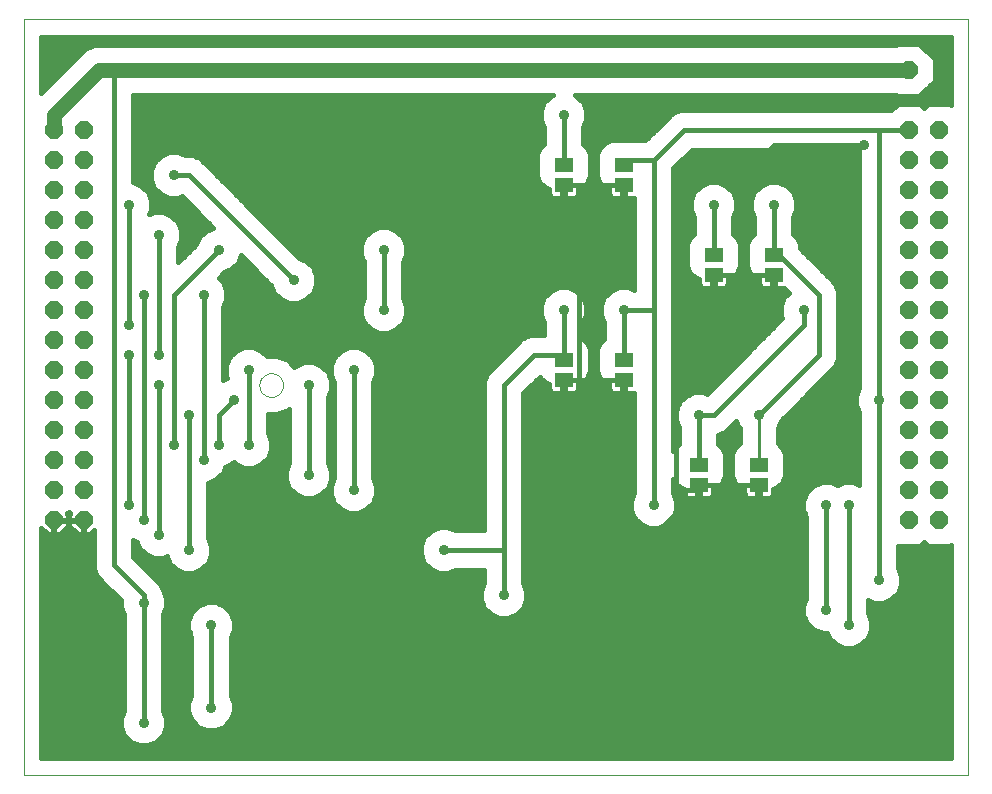
<source format=gbl>
G75*
G70*
%OFA0B0*%
%FSLAX24Y24*%
%IPPOS*%
%LPD*%
%AMOC8*
5,1,8,0,0,1.08239X$1,22.5*
%
%ADD10C,0.0000*%
%ADD11OC8,0.0594*%
%ADD12R,0.0591X0.0512*%
%ADD13C,0.0160*%
%ADD14C,0.0356*%
%ADD15C,0.0360*%
%ADD16C,0.0100*%
%ADD17C,0.0500*%
%ADD18OC8,0.0591*%
D10*
X003296Y000101D02*
X003296Y025298D01*
X034788Y025298D01*
X034788Y000101D01*
X003296Y000101D01*
X011152Y013101D02*
X011154Y013140D01*
X011160Y013179D01*
X011170Y013217D01*
X011183Y013254D01*
X011200Y013289D01*
X011220Y013323D01*
X011244Y013354D01*
X011271Y013383D01*
X011300Y013409D01*
X011332Y013432D01*
X011366Y013452D01*
X011402Y013468D01*
X011439Y013480D01*
X011478Y013489D01*
X011517Y013494D01*
X011556Y013495D01*
X011595Y013492D01*
X011634Y013485D01*
X011671Y013474D01*
X011708Y013460D01*
X011743Y013442D01*
X011776Y013421D01*
X011807Y013396D01*
X011835Y013369D01*
X011860Y013339D01*
X011882Y013306D01*
X011901Y013272D01*
X011916Y013236D01*
X011928Y013198D01*
X011936Y013160D01*
X011940Y013121D01*
X011940Y013081D01*
X011936Y013042D01*
X011928Y013004D01*
X011916Y012966D01*
X011901Y012930D01*
X011882Y012896D01*
X011860Y012863D01*
X011835Y012833D01*
X011807Y012806D01*
X011776Y012781D01*
X011743Y012760D01*
X011708Y012742D01*
X011671Y012728D01*
X011634Y012717D01*
X011595Y012710D01*
X011556Y012707D01*
X011517Y012708D01*
X011478Y012713D01*
X011439Y012722D01*
X011402Y012734D01*
X011366Y012750D01*
X011332Y012770D01*
X011300Y012793D01*
X011271Y012819D01*
X011244Y012848D01*
X011220Y012879D01*
X011200Y012913D01*
X011183Y012948D01*
X011170Y012985D01*
X011160Y013023D01*
X011154Y013062D01*
X011152Y013101D01*
D11*
X005296Y013601D03*
X004296Y013601D03*
X004296Y014601D03*
X005296Y014601D03*
X005296Y015601D03*
X004296Y015601D03*
X004296Y016601D03*
X005296Y016601D03*
X005296Y017601D03*
X004296Y017601D03*
X004296Y018601D03*
X005296Y018601D03*
X005296Y019601D03*
X004296Y019601D03*
X004296Y020601D03*
X005296Y020601D03*
X005296Y021601D03*
X004296Y021601D03*
X004296Y012601D03*
X005296Y012601D03*
X005296Y011601D03*
X004296Y011601D03*
X004296Y010601D03*
X005296Y010601D03*
X005296Y009601D03*
X004296Y009601D03*
X004296Y008601D03*
X005296Y008601D03*
X032796Y008601D03*
X033796Y008601D03*
X033796Y009601D03*
X032796Y009601D03*
X032796Y010601D03*
X033796Y010601D03*
X033796Y011601D03*
X032796Y011601D03*
X032796Y012601D03*
X033796Y012601D03*
X033796Y013601D03*
X032796Y013601D03*
X032796Y014601D03*
X033796Y014601D03*
X033796Y015601D03*
X032796Y015601D03*
X032796Y016601D03*
X033796Y016601D03*
X033796Y017601D03*
X032796Y017601D03*
X032796Y018601D03*
X033796Y018601D03*
X033796Y019601D03*
X032796Y019601D03*
X032796Y020601D03*
X033796Y020601D03*
X033796Y021601D03*
X032796Y021601D03*
D12*
X028296Y017435D03*
X028296Y016766D03*
X026296Y016766D03*
X026296Y017435D03*
X023296Y019766D03*
X023296Y020435D03*
X021296Y020435D03*
X021296Y019766D03*
X021296Y013935D03*
X021296Y013266D03*
X023296Y013266D03*
X023296Y013935D03*
X025796Y010435D03*
X025796Y009766D03*
X027796Y009766D03*
X027796Y010435D03*
D13*
X028671Y010406D02*
X031136Y010406D01*
X031136Y010248D02*
X028671Y010248D01*
X028671Y010089D02*
X031136Y010089D01*
X031136Y009930D02*
X028616Y009930D01*
X028583Y009851D02*
X028671Y010064D01*
X028671Y010807D01*
X028583Y011020D01*
X028426Y011177D01*
X028426Y011656D01*
X028440Y011670D01*
X028540Y011912D01*
X030355Y013727D01*
X030456Y013969D01*
X030456Y014232D01*
X030456Y016232D01*
X030355Y016475D01*
X030170Y016660D01*
X029171Y017659D01*
X029171Y017807D01*
X029083Y018020D01*
X028956Y018147D01*
X028956Y018708D01*
X029056Y018950D01*
X029056Y019252D01*
X028940Y019531D01*
X028726Y019745D01*
X028447Y019861D01*
X028145Y019861D01*
X027865Y019745D01*
X027651Y019531D01*
X027536Y019252D01*
X027536Y018950D01*
X027636Y018708D01*
X027636Y018147D01*
X027509Y018020D01*
X027420Y017807D01*
X027420Y017064D01*
X027509Y016851D01*
X027672Y016688D01*
X027820Y016626D01*
X027820Y016486D01*
X027833Y016441D01*
X027856Y016400D01*
X027890Y016366D01*
X027931Y016343D01*
X027977Y016330D01*
X028248Y016330D01*
X028248Y016600D01*
X028344Y016600D01*
X028344Y016330D01*
X028615Y016330D01*
X028629Y016334D01*
X028793Y016170D01*
X028653Y016030D01*
X028538Y015752D01*
X028538Y015450D01*
X028589Y015327D01*
X026070Y012808D01*
X025947Y012859D01*
X025645Y012859D01*
X025366Y012743D01*
X025153Y012530D01*
X025038Y012252D01*
X025038Y011950D01*
X025136Y011713D01*
X025136Y011147D01*
X025009Y011020D01*
X024956Y010892D01*
X024956Y015732D01*
X024956Y020327D01*
X025569Y020941D01*
X031136Y020941D01*
X031136Y012988D01*
X031038Y012752D01*
X031038Y012450D01*
X031136Y012213D01*
X031136Y009780D01*
X030947Y009859D01*
X030645Y009859D01*
X030421Y009766D01*
X030197Y009859D01*
X029895Y009859D01*
X029616Y009743D01*
X029403Y009530D01*
X029288Y009252D01*
X029288Y008950D01*
X029386Y008713D01*
X029386Y005988D01*
X029288Y005752D01*
X029288Y005450D01*
X029403Y005171D01*
X029616Y004958D01*
X029895Y004843D01*
X030082Y004843D01*
X030153Y004671D01*
X030366Y004458D01*
X030645Y004343D01*
X030947Y004343D01*
X031225Y004458D01*
X031438Y004671D01*
X031554Y004950D01*
X031554Y005252D01*
X031456Y005488D01*
X031456Y005921D01*
X031645Y005843D01*
X031947Y005843D01*
X032225Y005958D01*
X032438Y006171D01*
X032554Y006450D01*
X032554Y006752D01*
X032456Y006988D01*
X032456Y007724D01*
X033159Y007724D01*
X033296Y007861D01*
X033433Y007724D01*
X034159Y007724D01*
X034208Y007773D01*
X034208Y000681D01*
X003876Y000681D01*
X003876Y008346D01*
X004098Y008124D01*
X004277Y008124D01*
X004277Y008582D01*
X004314Y008582D01*
X004314Y008124D01*
X004493Y008124D01*
X004773Y008403D01*
X004773Y008582D01*
X004314Y008582D01*
X004314Y008619D01*
X004773Y008619D01*
X004773Y008798D01*
X004753Y008818D01*
X004796Y008861D01*
X004839Y008818D01*
X004819Y008798D01*
X004819Y008619D01*
X005277Y008619D01*
X005277Y008582D01*
X005314Y008582D01*
X005314Y008124D01*
X005493Y008124D01*
X005636Y008266D01*
X005636Y006969D01*
X005736Y006727D01*
X005922Y006541D01*
X006538Y005926D01*
X006538Y005700D01*
X006636Y005463D01*
X006636Y002238D01*
X006538Y002002D01*
X006538Y001700D01*
X006653Y001421D01*
X006866Y001208D01*
X007145Y001093D01*
X007447Y001093D01*
X007725Y001208D01*
X007938Y001421D01*
X008054Y001700D01*
X008054Y002002D01*
X007956Y002238D01*
X007956Y005463D01*
X008054Y005700D01*
X008054Y006002D01*
X007938Y006280D01*
X007934Y006285D01*
X007855Y006475D01*
X006956Y007374D01*
X006956Y007921D01*
X007069Y007874D01*
X007153Y007671D01*
X007366Y007458D01*
X007645Y007343D01*
X007947Y007343D01*
X008062Y007391D01*
X008153Y007171D01*
X008366Y006958D01*
X008645Y006843D01*
X008947Y006843D01*
X009225Y006958D01*
X009438Y007171D01*
X009554Y007450D01*
X009554Y007752D01*
X009456Y007988D01*
X009456Y009846D01*
X009725Y009958D01*
X009938Y010171D01*
X010022Y010374D01*
X010225Y010458D01*
X010296Y010529D01*
X010366Y010458D01*
X010645Y010343D01*
X010947Y010343D01*
X011225Y010458D01*
X011438Y010671D01*
X011554Y010950D01*
X011554Y011252D01*
X011456Y011488D01*
X011456Y012127D01*
X011739Y012127D01*
X012097Y012275D01*
X012136Y012314D01*
X012136Y010488D01*
X012038Y010252D01*
X012038Y009950D01*
X012153Y009671D01*
X012366Y009458D01*
X012645Y009343D01*
X012947Y009343D01*
X013225Y009458D01*
X013438Y009671D01*
X013554Y009950D01*
X013554Y010252D01*
X013456Y010488D01*
X013456Y012713D01*
X013554Y012950D01*
X013554Y013252D01*
X013438Y013530D01*
X013225Y013743D01*
X012947Y013859D01*
X012645Y013859D01*
X012366Y013743D01*
X012323Y013700D01*
X012097Y013926D01*
X011739Y014074D01*
X011394Y014074D01*
X011225Y014243D01*
X010947Y014359D01*
X010645Y014359D01*
X010366Y014243D01*
X010153Y014030D01*
X010038Y013752D01*
X010038Y013450D01*
X010086Y013334D01*
X009956Y013280D01*
X009956Y015713D01*
X010054Y015950D01*
X010054Y016252D01*
X009938Y016530D01*
X009798Y016670D01*
X009988Y016860D01*
X010225Y016958D01*
X010438Y017171D01*
X010542Y017421D01*
X011555Y016408D01*
X011653Y016171D01*
X011866Y015958D01*
X012145Y015843D01*
X012447Y015843D01*
X012725Y015958D01*
X012938Y016171D01*
X013054Y016450D01*
X013054Y016752D01*
X012938Y017030D01*
X012725Y017243D01*
X012488Y017342D01*
X009170Y020660D01*
X008927Y020761D01*
X008683Y020761D01*
X008447Y020859D01*
X008145Y020859D01*
X007866Y020743D01*
X007653Y020530D01*
X007538Y020252D01*
X007538Y019950D01*
X007653Y019671D01*
X007866Y019458D01*
X008145Y019343D01*
X008447Y019343D01*
X008570Y019394D01*
X009616Y018347D01*
X009366Y018243D01*
X009153Y018030D01*
X009055Y017793D01*
X008456Y017194D01*
X008456Y017713D01*
X008554Y017950D01*
X008554Y018252D01*
X008438Y018530D01*
X008225Y018743D01*
X007947Y018859D01*
X007645Y018859D01*
X007489Y018794D01*
X007554Y018950D01*
X007554Y019252D01*
X007438Y019530D01*
X007225Y019743D01*
X006956Y019855D01*
X006956Y022771D01*
X020932Y022771D01*
X020866Y022743D01*
X020653Y022530D01*
X020538Y022252D01*
X020538Y021950D01*
X020636Y021713D01*
X020636Y021147D01*
X020509Y021020D01*
X020420Y020807D01*
X020420Y020064D01*
X020509Y019851D01*
X020672Y019688D01*
X020820Y019626D01*
X020820Y019486D01*
X020833Y019441D01*
X020856Y019400D01*
X020890Y019366D01*
X020931Y019343D01*
X020977Y019330D01*
X021248Y019330D01*
X021248Y019600D01*
X021344Y019600D01*
X021344Y019330D01*
X021615Y019330D01*
X021660Y019343D01*
X021702Y019366D01*
X021735Y019400D01*
X021759Y019441D01*
X021771Y019486D01*
X021771Y019626D01*
X021920Y019688D01*
X022083Y019851D01*
X022171Y020064D01*
X022171Y020807D01*
X022083Y021020D01*
X021956Y021147D01*
X021956Y021713D01*
X022054Y021950D01*
X022054Y022252D01*
X021938Y022530D01*
X021725Y022743D01*
X021659Y022771D01*
X032388Y022771D01*
X032433Y022726D01*
X033158Y022726D01*
X033671Y023238D01*
X033671Y023963D01*
X033158Y024476D01*
X032433Y024476D01*
X032388Y024431D01*
X006461Y024431D01*
X005961Y024431D01*
X005631Y024431D01*
X005326Y024304D01*
X003876Y022854D01*
X003876Y024718D01*
X034208Y024718D01*
X034208Y022429D01*
X034159Y022478D01*
X033433Y022478D01*
X033296Y022341D01*
X033159Y022478D01*
X032433Y022478D01*
X032216Y022261D01*
X031664Y022261D01*
X025164Y022261D01*
X024922Y022160D01*
X024736Y021975D01*
X024022Y021261D01*
X023732Y021261D01*
X023706Y021271D01*
X022885Y021271D01*
X022672Y021183D01*
X022509Y021020D01*
X022420Y020807D01*
X022420Y020064D01*
X022509Y019851D01*
X022672Y019688D01*
X022820Y019626D01*
X022820Y019486D01*
X022833Y019441D01*
X022856Y019400D01*
X022890Y019366D01*
X022931Y019343D01*
X022977Y019330D01*
X023248Y019330D01*
X023248Y019600D01*
X023344Y019600D01*
X023344Y019330D01*
X023615Y019330D01*
X023636Y019336D01*
X023636Y016283D01*
X023447Y016361D01*
X023145Y016361D01*
X022865Y016245D01*
X022651Y016031D01*
X022536Y015752D01*
X022536Y015450D01*
X022636Y015208D01*
X022636Y014647D01*
X022509Y014520D01*
X022420Y014307D01*
X022420Y013564D01*
X022509Y013351D01*
X022672Y013188D01*
X022820Y013126D01*
X022820Y012986D01*
X022833Y012941D01*
X022856Y012900D01*
X022890Y012866D01*
X022931Y012843D01*
X022977Y012830D01*
X023248Y012830D01*
X023248Y013100D01*
X023344Y013100D01*
X023344Y012830D01*
X023615Y012830D01*
X023636Y012836D01*
X023636Y009493D01*
X023536Y009252D01*
X023536Y008950D01*
X023651Y008670D01*
X023865Y008456D01*
X024145Y008341D01*
X024447Y008341D01*
X024726Y008456D01*
X024940Y008670D01*
X025056Y008950D01*
X025056Y009252D01*
X024956Y009493D01*
X024956Y009979D01*
X025009Y009851D01*
X025172Y009688D01*
X025320Y009626D01*
X025320Y009486D01*
X025333Y009441D01*
X025356Y009400D01*
X025390Y009366D01*
X025431Y009343D01*
X025477Y009330D01*
X025748Y009330D01*
X025748Y009600D01*
X025844Y009600D01*
X025844Y009330D01*
X026115Y009330D01*
X026160Y009343D01*
X026202Y009366D01*
X026235Y009400D01*
X026259Y009441D01*
X026271Y009486D01*
X026271Y009626D01*
X026420Y009688D01*
X026583Y009851D01*
X026671Y010064D01*
X026671Y010807D01*
X026583Y011020D01*
X026456Y011147D01*
X026456Y011453D01*
X026670Y011541D01*
X027048Y011920D01*
X027151Y011670D01*
X027166Y011656D01*
X027166Y011177D01*
X027009Y011020D01*
X026920Y010807D01*
X026920Y010064D01*
X027009Y009851D01*
X027172Y009688D01*
X027320Y009626D01*
X027320Y009486D01*
X027333Y009441D01*
X027356Y009400D01*
X027390Y009366D01*
X027431Y009343D01*
X027477Y009330D01*
X027748Y009330D01*
X027748Y009600D01*
X027844Y009600D01*
X027844Y009330D01*
X028115Y009330D01*
X028160Y009343D01*
X028202Y009366D01*
X028235Y009400D01*
X028259Y009441D01*
X028271Y009486D01*
X028271Y009626D01*
X028420Y009688D01*
X028583Y009851D01*
X028504Y009772D02*
X029685Y009772D01*
X029486Y009613D02*
X028271Y009613D01*
X028262Y009455D02*
X029372Y009455D01*
X029306Y009296D02*
X025037Y009296D01*
X025056Y009138D02*
X029288Y009138D01*
X029288Y008979D02*
X025056Y008979D01*
X025046Y008851D02*
X025046Y009601D01*
X025796Y009601D01*
X025748Y009455D02*
X025844Y009455D01*
X025796Y009766D02*
X027796Y009766D01*
X027748Y009455D02*
X027844Y009455D01*
X027329Y009455D02*
X026262Y009455D01*
X026271Y009613D02*
X027320Y009613D01*
X027088Y009772D02*
X026504Y009772D01*
X026616Y009930D02*
X026976Y009930D01*
X026920Y010089D02*
X026671Y010089D01*
X026671Y010248D02*
X026920Y010248D01*
X026920Y010406D02*
X026671Y010406D01*
X026671Y010565D02*
X026920Y010565D01*
X026920Y010723D02*
X026671Y010723D01*
X026640Y010882D02*
X026952Y010882D01*
X027029Y011040D02*
X026562Y011040D01*
X026456Y011199D02*
X027166Y011199D01*
X027166Y011357D02*
X026456Y011357D01*
X026608Y011516D02*
X027166Y011516D01*
X027150Y011674D02*
X026803Y011674D01*
X026961Y011833D02*
X027084Y011833D01*
X027796Y012101D02*
X029796Y014101D01*
X029796Y016101D01*
X028296Y017601D01*
X028296Y019101D01*
X028997Y018809D02*
X031136Y018809D01*
X031136Y018967D02*
X029056Y018967D01*
X029056Y019126D02*
X031136Y019126D01*
X031136Y019285D02*
X029042Y019285D01*
X028977Y019443D02*
X031136Y019443D01*
X031136Y019602D02*
X028870Y019602D01*
X028690Y019760D02*
X031136Y019760D01*
X031136Y019919D02*
X024956Y019919D01*
X024956Y020077D02*
X031136Y020077D01*
X031136Y020236D02*
X024956Y020236D01*
X025023Y020394D02*
X031136Y020394D01*
X031136Y020553D02*
X025181Y020553D01*
X025340Y020711D02*
X031136Y020711D01*
X031136Y020870D02*
X025498Y020870D01*
X025296Y021601D02*
X031796Y021601D01*
X031796Y012601D01*
X031796Y006601D01*
X032554Y006601D02*
X034208Y006601D01*
X034208Y006443D02*
X032551Y006443D01*
X032485Y006284D02*
X034208Y006284D01*
X034208Y006125D02*
X032393Y006125D01*
X032234Y005967D02*
X034208Y005967D01*
X034208Y005808D02*
X031456Y005808D01*
X031456Y005650D02*
X034208Y005650D01*
X034208Y005491D02*
X031456Y005491D01*
X031520Y005333D02*
X034208Y005333D01*
X034208Y005174D02*
X031554Y005174D01*
X031554Y005016D02*
X034208Y005016D01*
X034208Y004857D02*
X031515Y004857D01*
X031450Y004699D02*
X034208Y004699D01*
X034208Y004540D02*
X031307Y004540D01*
X031040Y004381D02*
X034208Y004381D01*
X034208Y004223D02*
X010206Y004223D01*
X010206Y004381D02*
X030551Y004381D01*
X030284Y004540D02*
X010206Y004540D01*
X010206Y004699D02*
X030142Y004699D01*
X029860Y004857D02*
X010265Y004857D01*
X010304Y004950D02*
X010206Y004713D01*
X010206Y002738D01*
X010304Y002502D01*
X010304Y002200D01*
X010188Y001921D01*
X009975Y001708D01*
X009697Y001593D01*
X009395Y001593D01*
X009116Y001708D01*
X008903Y001921D01*
X008788Y002200D01*
X008788Y002502D01*
X008886Y002738D01*
X008886Y004713D01*
X008788Y004950D01*
X008788Y005252D01*
X008903Y005530D01*
X009116Y005743D01*
X009395Y005859D01*
X009697Y005859D01*
X009975Y005743D01*
X010188Y005530D01*
X010304Y005252D01*
X010304Y004950D01*
X010304Y005016D02*
X029559Y005016D01*
X029402Y005174D02*
X010304Y005174D01*
X010270Y005333D02*
X029336Y005333D01*
X029288Y005491D02*
X019761Y005491D01*
X019726Y005456D02*
X019940Y005670D01*
X020056Y005950D01*
X020056Y006252D01*
X019956Y006493D01*
X019956Y007469D01*
X019956Y007732D01*
X019956Y012827D01*
X020500Y013372D01*
X020509Y013351D01*
X020672Y013188D01*
X020820Y013126D01*
X020820Y012986D01*
X020833Y012941D01*
X020856Y012900D01*
X020890Y012866D01*
X020931Y012843D01*
X020977Y012830D01*
X021248Y012830D01*
X021248Y013100D01*
X021344Y013100D01*
X021344Y012830D01*
X021615Y012830D01*
X021660Y012843D01*
X021702Y012866D01*
X021735Y012900D01*
X021759Y012941D01*
X021771Y012986D01*
X021771Y013126D01*
X021920Y013188D01*
X022083Y013351D01*
X022171Y013564D01*
X022171Y014307D01*
X022083Y014520D01*
X021956Y014647D01*
X021956Y015213D01*
X022054Y015450D01*
X022054Y015752D01*
X021938Y016030D01*
X021725Y016243D01*
X021447Y016359D01*
X021145Y016359D01*
X020866Y016243D01*
X020653Y016030D01*
X020538Y015752D01*
X020538Y015450D01*
X020636Y015213D01*
X020636Y014761D01*
X020164Y014761D01*
X019922Y014660D01*
X019736Y014475D01*
X018736Y013475D01*
X018636Y013232D01*
X018636Y012969D01*
X018636Y008261D01*
X017688Y008261D01*
X017447Y008361D01*
X017145Y008361D01*
X016865Y008245D01*
X016651Y008031D01*
X016536Y007752D01*
X016536Y007450D01*
X016651Y007170D01*
X016865Y006956D01*
X017145Y006841D01*
X017447Y006841D01*
X017688Y006941D01*
X018636Y006941D01*
X018636Y006493D01*
X018536Y006252D01*
X018536Y005950D01*
X018651Y005670D01*
X018865Y005456D01*
X019145Y005341D01*
X019447Y005341D01*
X019726Y005456D01*
X019920Y005650D02*
X029288Y005650D01*
X029311Y005808D02*
X019997Y005808D01*
X020056Y005967D02*
X029377Y005967D01*
X029386Y006125D02*
X020056Y006125D01*
X020042Y006284D02*
X029386Y006284D01*
X029386Y006443D02*
X019977Y006443D01*
X019956Y006601D02*
X029386Y006601D01*
X029386Y006760D02*
X019956Y006760D01*
X019956Y006918D02*
X029386Y006918D01*
X029386Y007077D02*
X019956Y007077D01*
X019956Y007235D02*
X029386Y007235D01*
X029386Y007394D02*
X019956Y007394D01*
X019956Y007552D02*
X029386Y007552D01*
X029386Y007711D02*
X019956Y007711D01*
X019956Y007869D02*
X029386Y007869D01*
X029386Y008028D02*
X019956Y008028D01*
X019956Y008186D02*
X029386Y008186D01*
X029386Y008345D02*
X024457Y008345D01*
X024296Y008101D02*
X023796Y008101D01*
X023296Y008601D01*
X023296Y013266D01*
X021796Y013266D01*
X021796Y017601D01*
X021296Y018101D01*
X021296Y019766D01*
X023296Y019766D01*
X023248Y019443D02*
X023344Y019443D01*
X023636Y019285D02*
X010545Y019285D01*
X010387Y019443D02*
X020832Y019443D01*
X020820Y019602D02*
X010228Y019602D01*
X010070Y019760D02*
X020600Y019760D01*
X020481Y019919D02*
X009911Y019919D01*
X009753Y020077D02*
X020420Y020077D01*
X020420Y020236D02*
X009594Y020236D01*
X009436Y020394D02*
X020420Y020394D01*
X020420Y020553D02*
X009277Y020553D01*
X009046Y020711D02*
X020420Y020711D01*
X020447Y020870D02*
X006956Y020870D01*
X006956Y021029D02*
X020517Y021029D01*
X020636Y021187D02*
X006956Y021187D01*
X006956Y021346D02*
X020636Y021346D01*
X020636Y021504D02*
X006956Y021504D01*
X006956Y021663D02*
X020636Y021663D01*
X020591Y021821D02*
X006956Y021821D01*
X006956Y021980D02*
X020538Y021980D01*
X020538Y022138D02*
X006956Y022138D01*
X006956Y022297D02*
X020556Y022297D01*
X020622Y022455D02*
X006956Y022455D01*
X006956Y022614D02*
X020737Y022614D01*
X021296Y022101D02*
X021296Y020435D01*
X022111Y019919D02*
X022481Y019919D01*
X022420Y020077D02*
X022171Y020077D01*
X022171Y020236D02*
X022420Y020236D01*
X022420Y020394D02*
X022171Y020394D01*
X022171Y020553D02*
X022420Y020553D01*
X022420Y020711D02*
X022171Y020711D01*
X022145Y020870D02*
X022447Y020870D01*
X022517Y021029D02*
X022074Y021029D01*
X021956Y021187D02*
X022682Y021187D01*
X021956Y021346D02*
X024107Y021346D01*
X024266Y021504D02*
X021956Y021504D01*
X021956Y021663D02*
X024424Y021663D01*
X024583Y021821D02*
X022000Y021821D01*
X022054Y021980D02*
X024741Y021980D01*
X024900Y022138D02*
X022054Y022138D01*
X022035Y022297D02*
X032252Y022297D01*
X032410Y022455D02*
X021969Y022455D01*
X021855Y022614D02*
X034208Y022614D01*
X034208Y022772D02*
X033205Y022772D01*
X033364Y022931D02*
X034208Y022931D01*
X034208Y023090D02*
X033522Y023090D01*
X033671Y023248D02*
X034208Y023248D01*
X034208Y023407D02*
X033671Y023407D01*
X033671Y023565D02*
X034208Y023565D01*
X034208Y023724D02*
X033671Y023724D01*
X033671Y023882D02*
X034208Y023882D01*
X034208Y024041D02*
X033593Y024041D01*
X033435Y024199D02*
X034208Y024199D01*
X034208Y024358D02*
X033276Y024358D01*
X034208Y024516D02*
X003876Y024516D01*
X003876Y024358D02*
X005455Y024358D01*
X005221Y024199D02*
X003876Y024199D01*
X003876Y024041D02*
X005062Y024041D01*
X004904Y023882D02*
X003876Y023882D01*
X003876Y023724D02*
X004745Y023724D01*
X004586Y023565D02*
X003876Y023565D01*
X003876Y023407D02*
X004428Y023407D01*
X004269Y023248D02*
X003876Y023248D01*
X003876Y023090D02*
X004111Y023090D01*
X003952Y022931D02*
X003876Y022931D01*
X006296Y023601D02*
X006296Y007101D01*
X007296Y006101D01*
X007296Y005851D01*
X007296Y001851D01*
X008054Y001845D02*
X008980Y001845D01*
X008869Y002003D02*
X008053Y002003D01*
X007987Y002162D02*
X008803Y002162D01*
X008788Y002320D02*
X007956Y002320D01*
X007956Y002479D02*
X008788Y002479D01*
X008844Y002637D02*
X007956Y002637D01*
X007956Y002796D02*
X008886Y002796D01*
X008886Y002955D02*
X007956Y002955D01*
X007956Y003113D02*
X008886Y003113D01*
X008886Y003272D02*
X007956Y003272D01*
X007956Y003430D02*
X008886Y003430D01*
X008886Y003589D02*
X007956Y003589D01*
X007956Y003747D02*
X008886Y003747D01*
X008886Y003906D02*
X007956Y003906D01*
X007956Y004064D02*
X008886Y004064D01*
X008886Y004223D02*
X007956Y004223D01*
X007956Y004381D02*
X008886Y004381D01*
X008886Y004540D02*
X007956Y004540D01*
X007956Y004699D02*
X008886Y004699D01*
X008826Y004857D02*
X007956Y004857D01*
X007956Y005016D02*
X008788Y005016D01*
X008788Y005174D02*
X007956Y005174D01*
X007956Y005333D02*
X008821Y005333D01*
X008887Y005491D02*
X007967Y005491D01*
X008033Y005650D02*
X009023Y005650D01*
X009273Y005808D02*
X008054Y005808D01*
X008054Y005967D02*
X018536Y005967D01*
X018536Y006125D02*
X008003Y006125D01*
X007935Y006284D02*
X018549Y006284D01*
X018615Y006443D02*
X007869Y006443D01*
X007729Y006601D02*
X018636Y006601D01*
X018636Y006760D02*
X007570Y006760D01*
X007412Y006918D02*
X008463Y006918D01*
X008248Y007077D02*
X007253Y007077D01*
X007095Y007235D02*
X008127Y007235D01*
X007521Y007394D02*
X006956Y007394D01*
X006956Y007552D02*
X007272Y007552D01*
X007137Y007711D02*
X006956Y007711D01*
X006956Y007869D02*
X007071Y007869D01*
X007796Y008101D02*
X007796Y013101D01*
X007796Y014101D02*
X007796Y018101D01*
X008318Y018650D02*
X009313Y018650D01*
X009471Y018492D02*
X008454Y018492D01*
X008520Y018333D02*
X009583Y018333D01*
X009298Y018175D02*
X008554Y018175D01*
X008554Y018016D02*
X009147Y018016D01*
X009082Y017858D02*
X008516Y017858D01*
X008456Y017699D02*
X008961Y017699D01*
X008802Y017541D02*
X008456Y017541D01*
X008456Y017382D02*
X008644Y017382D01*
X008485Y017223D02*
X008456Y017223D01*
X008296Y016101D02*
X009796Y017601D01*
X010332Y017065D02*
X010898Y017065D01*
X010740Y017223D02*
X010460Y017223D01*
X010526Y017382D02*
X010581Y017382D01*
X011057Y016906D02*
X010100Y016906D01*
X009876Y016748D02*
X011215Y016748D01*
X011374Y016589D02*
X009879Y016589D01*
X009980Y016431D02*
X011532Y016431D01*
X011611Y016272D02*
X010045Y016272D01*
X010054Y016114D02*
X011711Y016114D01*
X011873Y015955D02*
X010054Y015955D01*
X009990Y015797D02*
X014556Y015797D01*
X014538Y015752D02*
X014538Y015450D01*
X014653Y015171D01*
X014866Y014958D01*
X015145Y014843D01*
X015447Y014843D01*
X015725Y014958D01*
X015938Y015171D01*
X016054Y015450D01*
X016054Y015752D01*
X015956Y015988D01*
X015956Y017213D01*
X016054Y017450D01*
X016054Y017752D01*
X015938Y018030D01*
X015725Y018243D01*
X015447Y018359D01*
X015145Y018359D01*
X014866Y018243D01*
X014653Y018030D01*
X014538Y017752D01*
X014538Y017450D01*
X014636Y017213D01*
X014636Y015988D01*
X014538Y015752D01*
X014538Y015638D02*
X009956Y015638D01*
X009956Y015479D02*
X014538Y015479D01*
X014591Y015321D02*
X009956Y015321D01*
X009956Y015162D02*
X014662Y015162D01*
X014821Y015004D02*
X009956Y015004D01*
X009956Y014845D02*
X015139Y014845D01*
X015453Y014845D02*
X020636Y014845D01*
X020636Y015004D02*
X015771Y015004D01*
X015929Y015162D02*
X020636Y015162D01*
X020591Y015321D02*
X016000Y015321D01*
X016054Y015479D02*
X020538Y015479D01*
X020538Y015638D02*
X016054Y015638D01*
X016035Y015797D02*
X020556Y015797D01*
X020622Y015955D02*
X015970Y015955D01*
X015956Y016114D02*
X020736Y016114D01*
X020936Y016272D02*
X015956Y016272D01*
X015956Y016431D02*
X023636Y016431D01*
X023636Y016589D02*
X015956Y016589D01*
X015956Y016748D02*
X023636Y016748D01*
X023636Y016906D02*
X015956Y016906D01*
X015956Y017065D02*
X023636Y017065D01*
X023636Y017223D02*
X015960Y017223D01*
X016026Y017382D02*
X023636Y017382D01*
X023636Y017541D02*
X016054Y017541D01*
X016054Y017699D02*
X023636Y017699D01*
X023636Y017858D02*
X016010Y017858D01*
X015944Y018016D02*
X023636Y018016D01*
X023636Y018175D02*
X015794Y018175D01*
X015508Y018333D02*
X023636Y018333D01*
X023636Y018492D02*
X011338Y018492D01*
X011179Y018650D02*
X023636Y018650D01*
X023636Y018809D02*
X011021Y018809D01*
X010862Y018967D02*
X023636Y018967D01*
X023636Y019126D02*
X010704Y019126D01*
X011497Y018333D02*
X015083Y018333D01*
X014798Y018175D02*
X011655Y018175D01*
X011814Y018016D02*
X014647Y018016D01*
X014582Y017858D02*
X011972Y017858D01*
X012131Y017699D02*
X014538Y017699D01*
X014538Y017541D02*
X012289Y017541D01*
X012448Y017382D02*
X014566Y017382D01*
X014631Y017223D02*
X012745Y017223D01*
X012904Y017065D02*
X014636Y017065D01*
X014636Y016906D02*
X012990Y016906D01*
X013054Y016748D02*
X014636Y016748D01*
X014636Y016589D02*
X013054Y016589D01*
X013046Y016431D02*
X014636Y016431D01*
X014636Y016272D02*
X012980Y016272D01*
X012881Y016114D02*
X014636Y016114D01*
X014622Y015955D02*
X012718Y015955D01*
X012296Y016601D02*
X008796Y020101D01*
X008296Y020101D01*
X007597Y020394D02*
X006956Y020394D01*
X006956Y020236D02*
X007538Y020236D01*
X007538Y020077D02*
X006956Y020077D01*
X006956Y019919D02*
X007551Y019919D01*
X007616Y019760D02*
X007185Y019760D01*
X007367Y019602D02*
X007723Y019602D01*
X007902Y019443D02*
X007475Y019443D01*
X007540Y019285D02*
X008679Y019285D01*
X008837Y019126D02*
X007554Y019126D01*
X007554Y018967D02*
X008996Y018967D01*
X009154Y018809D02*
X008067Y018809D01*
X007524Y018809D02*
X007495Y018809D01*
X006796Y019101D02*
X006796Y015101D01*
X006796Y014101D02*
X006796Y009101D01*
X007296Y008601D02*
X007296Y016101D01*
X008296Y016101D02*
X008296Y011101D01*
X009296Y010601D02*
X009296Y016101D01*
X009956Y014687D02*
X019986Y014687D01*
X019790Y014528D02*
X009956Y014528D01*
X009956Y014370D02*
X019631Y014370D01*
X019473Y014211D02*
X014757Y014211D01*
X014725Y014243D02*
X014938Y014030D01*
X015054Y013752D01*
X015054Y013450D01*
X014956Y013213D01*
X014956Y009988D01*
X015054Y009752D01*
X015054Y009450D01*
X014938Y009171D01*
X014725Y008958D01*
X014447Y008843D01*
X014145Y008843D01*
X013866Y008958D01*
X013653Y009171D01*
X013538Y009450D01*
X013538Y009752D01*
X013636Y009988D01*
X013636Y013213D01*
X013538Y013450D01*
X013538Y013752D01*
X013653Y014030D01*
X013866Y014243D01*
X014145Y014359D01*
X014447Y014359D01*
X014725Y014243D01*
X014916Y014053D02*
X019314Y014053D01*
X019156Y013894D02*
X014995Y013894D01*
X015054Y013736D02*
X018997Y013736D01*
X018839Y013577D02*
X015054Y013577D01*
X015041Y013418D02*
X018713Y013418D01*
X018647Y013260D02*
X014975Y013260D01*
X014956Y013101D02*
X018636Y013101D01*
X018636Y012943D02*
X014956Y012943D01*
X014956Y012784D02*
X018636Y012784D01*
X018636Y012626D02*
X014956Y012626D01*
X014956Y012467D02*
X018636Y012467D01*
X018636Y012309D02*
X014956Y012309D01*
X014956Y012150D02*
X018636Y012150D01*
X018636Y011992D02*
X014956Y011992D01*
X014956Y011833D02*
X018636Y011833D01*
X018636Y011674D02*
X014956Y011674D01*
X014956Y011516D02*
X018636Y011516D01*
X018636Y011357D02*
X014956Y011357D01*
X014956Y011199D02*
X018636Y011199D01*
X018636Y011040D02*
X014956Y011040D01*
X014956Y010882D02*
X018636Y010882D01*
X018636Y010723D02*
X014956Y010723D01*
X014956Y010565D02*
X018636Y010565D01*
X018636Y010406D02*
X014956Y010406D01*
X014956Y010248D02*
X018636Y010248D01*
X018636Y010089D02*
X014956Y010089D01*
X014980Y009930D02*
X018636Y009930D01*
X018636Y009772D02*
X015045Y009772D01*
X015054Y009613D02*
X018636Y009613D01*
X018636Y009455D02*
X015054Y009455D01*
X014990Y009296D02*
X018636Y009296D01*
X018636Y009138D02*
X014905Y009138D01*
X014746Y008979D02*
X018636Y008979D01*
X018636Y008821D02*
X009456Y008821D01*
X009456Y008979D02*
X013845Y008979D01*
X013687Y009138D02*
X009456Y009138D01*
X009456Y009296D02*
X013601Y009296D01*
X013538Y009455D02*
X013217Y009455D01*
X013380Y009613D02*
X013538Y009613D01*
X013546Y009772D02*
X013480Y009772D01*
X013546Y009930D02*
X013612Y009930D01*
X013636Y010089D02*
X013554Y010089D01*
X013554Y010248D02*
X013636Y010248D01*
X013636Y010406D02*
X013490Y010406D01*
X013456Y010565D02*
X013636Y010565D01*
X013636Y010723D02*
X013456Y010723D01*
X013456Y010882D02*
X013636Y010882D01*
X013636Y011040D02*
X013456Y011040D01*
X013456Y011199D02*
X013636Y011199D01*
X013636Y011357D02*
X013456Y011357D01*
X013456Y011516D02*
X013636Y011516D01*
X013636Y011674D02*
X013456Y011674D01*
X013456Y011833D02*
X013636Y011833D01*
X013636Y011992D02*
X013456Y011992D01*
X013456Y012150D02*
X013636Y012150D01*
X013636Y012309D02*
X013456Y012309D01*
X013456Y012467D02*
X013636Y012467D01*
X013636Y012626D02*
X013456Y012626D01*
X013485Y012784D02*
X013636Y012784D01*
X013636Y012943D02*
X013551Y012943D01*
X013554Y013101D02*
X013636Y013101D01*
X013616Y013260D02*
X013550Y013260D01*
X013551Y013418D02*
X013485Y013418D01*
X013538Y013577D02*
X013392Y013577D01*
X013538Y013736D02*
X013233Y013736D01*
X013597Y013894D02*
X012129Y013894D01*
X012288Y013736D02*
X012358Y013736D01*
X011792Y014053D02*
X013675Y014053D01*
X013834Y014211D02*
X011257Y014211D01*
X010796Y013601D02*
X010796Y011101D01*
X011332Y010565D02*
X012136Y010565D01*
X012136Y010723D02*
X011460Y010723D01*
X011526Y010882D02*
X012136Y010882D01*
X012136Y011040D02*
X011554Y011040D01*
X011554Y011199D02*
X012136Y011199D01*
X012136Y011357D02*
X011510Y011357D01*
X011456Y011516D02*
X012136Y011516D01*
X012136Y011674D02*
X011456Y011674D01*
X011456Y011833D02*
X012136Y011833D01*
X012136Y011992D02*
X011456Y011992D01*
X011795Y012150D02*
X012136Y012150D01*
X012131Y012309D02*
X012136Y012309D01*
X012796Y013101D02*
X012796Y010101D01*
X012102Y010406D02*
X011100Y010406D01*
X010492Y010406D02*
X010100Y010406D01*
X009970Y010248D02*
X012038Y010248D01*
X012038Y010089D02*
X009856Y010089D01*
X009659Y009930D02*
X012046Y009930D01*
X012111Y009772D02*
X009456Y009772D01*
X009456Y009613D02*
X012211Y009613D01*
X012374Y009455D02*
X009456Y009455D01*
X009456Y008662D02*
X018636Y008662D01*
X018636Y008504D02*
X009456Y008504D01*
X009456Y008345D02*
X017107Y008345D01*
X016807Y008186D02*
X009456Y008186D01*
X009456Y008028D02*
X016650Y008028D01*
X016584Y007869D02*
X009505Y007869D01*
X009554Y007711D02*
X016536Y007711D01*
X016536Y007552D02*
X009554Y007552D01*
X009531Y007394D02*
X016559Y007394D01*
X016625Y007235D02*
X009465Y007235D01*
X009344Y007077D02*
X016745Y007077D01*
X016958Y006918D02*
X009129Y006918D01*
X008796Y007601D02*
X008796Y012101D01*
X009796Y012101D02*
X010296Y012601D01*
X009796Y012101D02*
X009796Y011101D01*
X009956Y013418D02*
X010051Y013418D01*
X010038Y013577D02*
X009956Y013577D01*
X009956Y013736D02*
X010038Y013736D01*
X010097Y013894D02*
X009956Y013894D01*
X009956Y014053D02*
X010175Y014053D01*
X010334Y014211D02*
X009956Y014211D01*
X014296Y013601D02*
X014296Y009601D01*
X017485Y008345D02*
X018636Y008345D01*
X019296Y007601D02*
X017296Y007601D01*
X017634Y006918D02*
X018636Y006918D01*
X019296Y007601D02*
X019296Y006101D01*
X018594Y005808D02*
X009819Y005808D01*
X010069Y005650D02*
X018672Y005650D01*
X018830Y005491D02*
X010205Y005491D01*
X009546Y005101D02*
X009546Y002351D01*
X010248Y002637D02*
X034208Y002637D01*
X034208Y002479D02*
X010304Y002479D01*
X010304Y002320D02*
X034208Y002320D01*
X034208Y002162D02*
X010288Y002162D01*
X010222Y002003D02*
X034208Y002003D01*
X034208Y001845D02*
X010112Y001845D01*
X009922Y001686D02*
X034208Y001686D01*
X034208Y001528D02*
X007982Y001528D01*
X008048Y001686D02*
X009169Y001686D01*
X009546Y001101D02*
X011296Y001101D01*
X012046Y001851D01*
X012046Y006101D01*
X013046Y005101D02*
X014796Y005101D01*
X015296Y005601D01*
X019296Y007601D02*
X019296Y013101D01*
X020296Y014101D01*
X021296Y014101D01*
X021296Y013935D01*
X021296Y014101D02*
X021296Y015601D01*
X022000Y015321D02*
X022589Y015321D01*
X022636Y015162D02*
X021956Y015162D01*
X021956Y015004D02*
X022636Y015004D01*
X022636Y014845D02*
X021956Y014845D01*
X021956Y014687D02*
X022636Y014687D01*
X022517Y014528D02*
X022074Y014528D01*
X022145Y014370D02*
X022447Y014370D01*
X022420Y014211D02*
X022171Y014211D01*
X022171Y014053D02*
X022420Y014053D01*
X022420Y013894D02*
X022171Y013894D01*
X022171Y013736D02*
X022420Y013736D01*
X022420Y013577D02*
X022171Y013577D01*
X022111Y013418D02*
X022481Y013418D01*
X022600Y013260D02*
X021992Y013260D01*
X021796Y013266D02*
X021296Y013266D01*
X021296Y013101D02*
X021296Y011601D01*
X019956Y011674D02*
X023636Y011674D01*
X023636Y011516D02*
X019956Y011516D01*
X019956Y011357D02*
X023636Y011357D01*
X023636Y011199D02*
X019956Y011199D01*
X019956Y011040D02*
X023636Y011040D01*
X023636Y010882D02*
X019956Y010882D01*
X019956Y010723D02*
X023636Y010723D01*
X023636Y010565D02*
X019956Y010565D01*
X019956Y010406D02*
X023636Y010406D01*
X023636Y010248D02*
X019956Y010248D01*
X019956Y010089D02*
X023636Y010089D01*
X023636Y009930D02*
X019956Y009930D01*
X019956Y009772D02*
X023636Y009772D01*
X023636Y009613D02*
X019956Y009613D01*
X019956Y009455D02*
X023620Y009455D01*
X023554Y009296D02*
X019956Y009296D01*
X019956Y009138D02*
X023536Y009138D01*
X023536Y008979D02*
X019956Y008979D01*
X019956Y008821D02*
X023589Y008821D01*
X023660Y008662D02*
X019956Y008662D01*
X019956Y008504D02*
X023818Y008504D01*
X024134Y008345D02*
X019956Y008345D01*
X024296Y008101D02*
X025046Y008851D01*
X025002Y008821D02*
X029341Y008821D01*
X029386Y008662D02*
X024932Y008662D01*
X024773Y008504D02*
X029386Y008504D01*
X030046Y009101D02*
X030046Y005601D01*
X030796Y005101D02*
X030796Y009101D01*
X030435Y009772D02*
X030406Y009772D01*
X031136Y010565D02*
X028671Y010565D01*
X028671Y010723D02*
X031136Y010723D01*
X031136Y010882D02*
X028640Y010882D01*
X028562Y011040D02*
X031136Y011040D01*
X031136Y011199D02*
X028426Y011199D01*
X028426Y011357D02*
X031136Y011357D01*
X031136Y011516D02*
X028426Y011516D01*
X028442Y011674D02*
X031136Y011674D01*
X031136Y011833D02*
X028507Y011833D01*
X028620Y011992D02*
X031136Y011992D01*
X031136Y012150D02*
X028778Y012150D01*
X028937Y012309D02*
X031096Y012309D01*
X031038Y012467D02*
X029095Y012467D01*
X029254Y012626D02*
X031038Y012626D01*
X031051Y012784D02*
X029413Y012784D01*
X029571Y012943D02*
X031117Y012943D01*
X031136Y013101D02*
X029730Y013101D01*
X029888Y013260D02*
X031136Y013260D01*
X031136Y013418D02*
X030047Y013418D01*
X030205Y013577D02*
X031136Y013577D01*
X031136Y013736D02*
X030359Y013736D01*
X030424Y013894D02*
X031136Y013894D01*
X031136Y014053D02*
X030456Y014053D01*
X030456Y014211D02*
X031136Y014211D01*
X031136Y014370D02*
X030456Y014370D01*
X030456Y014528D02*
X031136Y014528D01*
X031136Y014687D02*
X030456Y014687D01*
X030456Y014845D02*
X031136Y014845D01*
X031136Y015004D02*
X030456Y015004D01*
X030456Y015162D02*
X031136Y015162D01*
X031136Y015321D02*
X030456Y015321D01*
X030456Y015479D02*
X031136Y015479D01*
X031136Y015638D02*
X030456Y015638D01*
X030456Y015797D02*
X031136Y015797D01*
X031136Y015955D02*
X030456Y015955D01*
X030456Y016114D02*
X031136Y016114D01*
X031136Y016272D02*
X030439Y016272D01*
X030373Y016431D02*
X031136Y016431D01*
X031136Y016589D02*
X030241Y016589D01*
X030170Y016660D02*
X030170Y016660D01*
X030082Y016748D02*
X031136Y016748D01*
X031136Y016906D02*
X029923Y016906D01*
X029765Y017065D02*
X031136Y017065D01*
X031136Y017223D02*
X029606Y017223D01*
X029448Y017382D02*
X031136Y017382D01*
X031136Y017541D02*
X029289Y017541D01*
X029171Y017699D02*
X031136Y017699D01*
X031136Y017858D02*
X029150Y017858D01*
X029084Y018016D02*
X031136Y018016D01*
X031136Y018175D02*
X028956Y018175D01*
X028956Y018333D02*
X031136Y018333D01*
X031136Y018492D02*
X028956Y018492D01*
X028956Y018650D02*
X031136Y018650D01*
X028296Y016766D02*
X027296Y016766D01*
X027296Y020101D01*
X028296Y021101D01*
X031296Y021101D01*
X031796Y021601D02*
X032796Y021601D01*
X033181Y022455D02*
X033410Y022455D01*
X034181Y022455D02*
X034208Y022455D01*
X034208Y024675D02*
X003876Y024675D01*
X006956Y020711D02*
X007834Y020711D01*
X007676Y020553D02*
X006956Y020553D01*
X015296Y017601D02*
X015296Y015601D01*
X019956Y012784D02*
X023636Y012784D01*
X023636Y012626D02*
X019956Y012626D01*
X019956Y012467D02*
X023636Y012467D01*
X023636Y012309D02*
X019956Y012309D01*
X019956Y012150D02*
X023636Y012150D01*
X023636Y011992D02*
X019956Y011992D01*
X019956Y011833D02*
X023636Y011833D01*
X023344Y012943D02*
X023248Y012943D01*
X022832Y012943D02*
X021759Y012943D01*
X021771Y013101D02*
X022820Y013101D01*
X023296Y013935D02*
X023296Y015601D01*
X024296Y015601D01*
X024296Y009101D01*
X024972Y009455D02*
X025329Y009455D01*
X025320Y009613D02*
X024956Y009613D01*
X025046Y009601D02*
X025046Y013851D01*
X026296Y015101D01*
X026296Y016766D01*
X027296Y016766D01*
X027083Y016851D02*
X027171Y017064D01*
X027171Y017807D01*
X027083Y018020D01*
X026956Y018147D01*
X026956Y018713D01*
X027054Y018950D01*
X027054Y019252D01*
X026938Y019530D01*
X026725Y019743D01*
X026447Y019859D01*
X026145Y019859D01*
X025866Y019743D01*
X025653Y019530D01*
X025538Y019252D01*
X025538Y018950D01*
X025636Y018713D01*
X025636Y018147D01*
X025509Y018020D01*
X025420Y017807D01*
X025420Y017064D01*
X025509Y016851D01*
X025672Y016688D01*
X025820Y016626D01*
X025820Y016486D01*
X025833Y016441D01*
X025856Y016400D01*
X025890Y016366D01*
X025931Y016343D01*
X025977Y016330D01*
X026248Y016330D01*
X026248Y016600D01*
X026344Y016600D01*
X026344Y016330D01*
X026615Y016330D01*
X026660Y016343D01*
X026702Y016366D01*
X026735Y016400D01*
X026759Y016441D01*
X026771Y016486D01*
X026771Y016626D01*
X026920Y016688D01*
X027083Y016851D01*
X027106Y016906D02*
X027486Y016906D01*
X027420Y017065D02*
X027171Y017065D01*
X027171Y017223D02*
X027420Y017223D01*
X027420Y017382D02*
X027171Y017382D01*
X027171Y017541D02*
X027420Y017541D01*
X027420Y017699D02*
X027171Y017699D01*
X027150Y017858D02*
X027442Y017858D01*
X027507Y018016D02*
X027084Y018016D01*
X026956Y018175D02*
X027636Y018175D01*
X027636Y018333D02*
X026956Y018333D01*
X026956Y018492D02*
X027636Y018492D01*
X027636Y018650D02*
X026956Y018650D01*
X026995Y018809D02*
X027594Y018809D01*
X027536Y018967D02*
X027054Y018967D01*
X027054Y019126D02*
X027536Y019126D01*
X027549Y019285D02*
X027040Y019285D01*
X026975Y019443D02*
X027615Y019443D01*
X027722Y019602D02*
X026867Y019602D01*
X026685Y019760D02*
X027902Y019760D01*
X026296Y019101D02*
X026296Y017435D01*
X025420Y017382D02*
X024956Y017382D01*
X024956Y017223D02*
X025420Y017223D01*
X025420Y017065D02*
X024956Y017065D01*
X024956Y016906D02*
X025486Y016906D01*
X025612Y016748D02*
X024956Y016748D01*
X024956Y016589D02*
X025820Y016589D01*
X025839Y016431D02*
X024956Y016431D01*
X024956Y016272D02*
X028691Y016272D01*
X028737Y016114D02*
X024956Y016114D01*
X024956Y015955D02*
X028622Y015955D01*
X028556Y015797D02*
X024956Y015797D01*
X024956Y015638D02*
X028538Y015638D01*
X028538Y015479D02*
X024956Y015479D01*
X024956Y015321D02*
X028583Y015321D01*
X028424Y015162D02*
X024956Y015162D01*
X024956Y015004D02*
X028265Y015004D01*
X028107Y014845D02*
X024956Y014845D01*
X024956Y014687D02*
X027948Y014687D01*
X027790Y014528D02*
X024956Y014528D01*
X024956Y014370D02*
X027631Y014370D01*
X027473Y014211D02*
X024956Y014211D01*
X024956Y014053D02*
X027314Y014053D01*
X027156Y013894D02*
X024956Y013894D01*
X024956Y013736D02*
X026997Y013736D01*
X026839Y013577D02*
X024956Y013577D01*
X024956Y013418D02*
X026680Y013418D01*
X026521Y013260D02*
X024956Y013260D01*
X024956Y013101D02*
X026363Y013101D01*
X026204Y012943D02*
X024956Y012943D01*
X024956Y012784D02*
X025465Y012784D01*
X025249Y012626D02*
X024956Y012626D01*
X024956Y012467D02*
X025127Y012467D01*
X025061Y012309D02*
X024956Y012309D01*
X024956Y012150D02*
X025038Y012150D01*
X025038Y011992D02*
X024956Y011992D01*
X024956Y011833D02*
X025086Y011833D01*
X025136Y011674D02*
X024956Y011674D01*
X024956Y011516D02*
X025136Y011516D01*
X025136Y011357D02*
X024956Y011357D01*
X024956Y011199D02*
X025136Y011199D01*
X025029Y011040D02*
X024956Y011040D01*
X025796Y010435D02*
X025796Y012101D01*
X026296Y012101D01*
X029296Y015101D01*
X029296Y015601D01*
X028344Y016431D02*
X028248Y016431D01*
X028248Y016589D02*
X028344Y016589D01*
X027820Y016589D02*
X026771Y016589D01*
X026753Y016431D02*
X027839Y016431D01*
X027612Y016748D02*
X026980Y016748D01*
X026344Y016589D02*
X026248Y016589D01*
X026248Y016431D02*
X026344Y016431D01*
X025420Y017541D02*
X024956Y017541D01*
X024956Y017699D02*
X025420Y017699D01*
X025442Y017858D02*
X024956Y017858D01*
X024956Y018016D02*
X025507Y018016D01*
X025636Y018175D02*
X024956Y018175D01*
X024956Y018333D02*
X025636Y018333D01*
X025636Y018492D02*
X024956Y018492D01*
X024956Y018650D02*
X025636Y018650D01*
X025596Y018809D02*
X024956Y018809D01*
X024956Y018967D02*
X025538Y018967D01*
X025538Y019126D02*
X024956Y019126D01*
X024956Y019285D02*
X025551Y019285D01*
X025617Y019443D02*
X024956Y019443D01*
X024956Y019602D02*
X025724Y019602D01*
X025907Y019760D02*
X024956Y019760D01*
X024296Y020601D02*
X025296Y021601D01*
X024296Y020601D02*
X024296Y015601D01*
X022931Y016272D02*
X021656Y016272D01*
X021855Y016114D02*
X022734Y016114D01*
X022620Y015955D02*
X021970Y015955D01*
X022035Y015797D02*
X022554Y015797D01*
X022536Y015638D02*
X022054Y015638D01*
X022054Y015479D02*
X022536Y015479D01*
X020600Y013260D02*
X020388Y013260D01*
X020230Y013101D02*
X020820Y013101D01*
X020832Y012943D02*
X020071Y012943D01*
X021248Y012943D02*
X021344Y012943D01*
X024956Y009930D02*
X024976Y009930D01*
X024956Y009772D02*
X025088Y009772D01*
X032456Y007711D02*
X034208Y007711D01*
X034208Y007552D02*
X032456Y007552D01*
X032456Y007394D02*
X034208Y007394D01*
X034208Y007235D02*
X032456Y007235D01*
X032456Y007077D02*
X034208Y007077D01*
X034208Y006918D02*
X032485Y006918D01*
X032551Y006760D02*
X034208Y006760D01*
X034208Y004064D02*
X010206Y004064D01*
X010206Y003906D02*
X034208Y003906D01*
X034208Y003747D02*
X010206Y003747D01*
X010206Y003589D02*
X034208Y003589D01*
X034208Y003430D02*
X010206Y003430D01*
X010206Y003272D02*
X034208Y003272D01*
X034208Y003113D02*
X010206Y003113D01*
X010206Y002955D02*
X034208Y002955D01*
X034208Y002796D02*
X010206Y002796D01*
X008296Y002351D02*
X008296Y001101D01*
X006046Y001101D01*
X006046Y003851D01*
X006636Y003906D02*
X003876Y003906D01*
X003876Y004064D02*
X006636Y004064D01*
X006636Y004223D02*
X003876Y004223D01*
X003876Y004381D02*
X006636Y004381D01*
X006636Y004540D02*
X003876Y004540D01*
X003876Y004699D02*
X006636Y004699D01*
X006636Y004857D02*
X003876Y004857D01*
X003876Y005016D02*
X006636Y005016D01*
X006636Y005174D02*
X003876Y005174D01*
X003876Y005333D02*
X006636Y005333D01*
X006624Y005491D02*
X003876Y005491D01*
X003876Y005650D02*
X006558Y005650D01*
X006538Y005808D02*
X003876Y005808D01*
X003876Y005967D02*
X006496Y005967D01*
X006338Y006125D02*
X003876Y006125D01*
X003876Y006284D02*
X006179Y006284D01*
X006021Y006443D02*
X003876Y006443D01*
X003876Y006601D02*
X005862Y006601D01*
X005723Y006760D02*
X003876Y006760D01*
X003876Y006918D02*
X005657Y006918D01*
X005636Y007077D02*
X003876Y007077D01*
X003876Y007235D02*
X005636Y007235D01*
X005636Y007394D02*
X003876Y007394D01*
X003876Y007552D02*
X005636Y007552D01*
X005636Y007711D02*
X003876Y007711D01*
X003876Y007869D02*
X005636Y007869D01*
X005636Y008028D02*
X003876Y008028D01*
X003876Y008186D02*
X004036Y008186D01*
X003877Y008345D02*
X003876Y008345D01*
X004277Y008345D02*
X004314Y008345D01*
X004314Y008186D02*
X004277Y008186D01*
X004556Y008186D02*
X005036Y008186D01*
X005098Y008124D02*
X004819Y008403D01*
X004819Y008582D01*
X005277Y008582D01*
X005277Y008124D01*
X005098Y008124D01*
X005277Y008186D02*
X005314Y008186D01*
X005314Y008345D02*
X005277Y008345D01*
X005277Y008504D02*
X005314Y008504D01*
X005556Y008186D02*
X005636Y008186D01*
X004877Y008345D02*
X004714Y008345D01*
X004773Y008504D02*
X004819Y008504D01*
X004819Y008662D02*
X004773Y008662D01*
X004756Y008821D02*
X004836Y008821D01*
X004314Y008504D02*
X004277Y008504D01*
X003876Y003747D02*
X006636Y003747D01*
X006636Y003589D02*
X003876Y003589D01*
X003876Y003430D02*
X006636Y003430D01*
X006636Y003272D02*
X003876Y003272D01*
X003876Y003113D02*
X006636Y003113D01*
X006636Y002955D02*
X003876Y002955D01*
X003876Y002796D02*
X006636Y002796D01*
X006636Y002637D02*
X003876Y002637D01*
X003876Y002479D02*
X006636Y002479D01*
X006636Y002320D02*
X003876Y002320D01*
X003876Y002162D02*
X006604Y002162D01*
X006538Y002003D02*
X003876Y002003D01*
X003876Y001845D02*
X006538Y001845D01*
X006543Y001686D02*
X003876Y001686D01*
X003876Y001528D02*
X006609Y001528D01*
X006705Y001369D02*
X003876Y001369D01*
X003876Y001211D02*
X006864Y001211D01*
X007728Y001211D02*
X034208Y001211D01*
X034208Y001369D02*
X007886Y001369D01*
X008296Y001101D02*
X009546Y001101D01*
X003876Y001052D02*
X034208Y001052D01*
X034208Y000894D02*
X003876Y000894D01*
X003876Y000735D02*
X034208Y000735D01*
X022832Y019443D02*
X021759Y019443D01*
X021771Y019602D02*
X022820Y019602D01*
X022600Y019760D02*
X021992Y019760D01*
X021344Y019443D02*
X021248Y019443D01*
X023296Y020601D02*
X024296Y020601D01*
D14*
X026296Y019101D03*
X029296Y015601D03*
X031796Y012601D03*
X030796Y009101D03*
X030046Y009101D03*
X031796Y006601D03*
X030796Y005101D03*
X030046Y005601D03*
X025796Y012101D03*
X021296Y015601D03*
X015296Y015601D03*
X015296Y017601D03*
X012296Y016601D03*
X009796Y017601D03*
X007796Y018101D03*
X006796Y019101D03*
X008296Y020101D03*
X009296Y016101D03*
X007296Y016101D03*
X006796Y015101D03*
X006796Y014101D03*
X007796Y014101D03*
X007796Y013101D03*
X008796Y012101D03*
X008296Y011101D03*
X009296Y010601D03*
X009796Y011101D03*
X010796Y011101D03*
X010296Y012601D03*
X010796Y013601D03*
X012796Y013101D03*
X014296Y013601D03*
X012796Y010101D03*
X014296Y009601D03*
X012046Y006101D03*
X013046Y005101D03*
X015296Y005601D03*
X012046Y001851D03*
X009546Y002351D03*
X008296Y002351D03*
X007296Y001851D03*
X006046Y003851D03*
X007296Y005851D03*
X008796Y007601D03*
X007796Y008101D03*
X007296Y008601D03*
X006796Y009101D03*
X009546Y005101D03*
X031296Y021101D03*
X021296Y022101D03*
D15*
X021296Y018101D03*
X023296Y015601D03*
X026296Y015101D03*
X027796Y012101D03*
X024296Y009101D03*
X024296Y008101D03*
X021296Y011601D03*
X017296Y007601D03*
X019296Y006101D03*
X028296Y019101D03*
D16*
X028296Y017601D02*
X028296Y017435D01*
X023296Y020435D02*
X023296Y020601D01*
X021296Y013266D02*
X021296Y013101D01*
X025796Y009766D02*
X025796Y009601D01*
X027796Y010435D02*
X027796Y012101D01*
D17*
X032796Y023601D02*
X006296Y023601D01*
X005796Y023601D01*
X004296Y022101D01*
X004296Y021601D01*
D18*
X032796Y023601D03*
M02*

</source>
